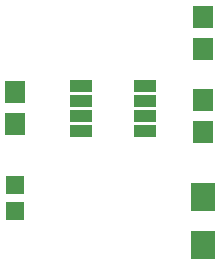
<source format=gts>
G04 #@! TF.FileFunction,Soldermask,Top*
%FSLAX46Y46*%
G04 Gerber Fmt 4.6, Leading zero omitted, Abs format (unit mm)*
G04 Created by KiCad (PCBNEW 4.0.4-stable) date 01/29/17 13:46:40*
%MOMM*%
%LPD*%
G01*
G04 APERTURE LIST*
%ADD10C,0.100000*%
%ADD11R,2.000000X2.400000*%
%ADD12R,1.600000X1.600000*%
%ADD13R,1.700000X1.900000*%
%ADD14R,1.950000X1.000000*%
G04 APERTURE END LIST*
D10*
D11*
X156210000Y-111030000D03*
X156210000Y-115030000D03*
D12*
X140335000Y-110025000D03*
X140335000Y-112225000D03*
D13*
X156210000Y-95805000D03*
X156210000Y-98505000D03*
X156210000Y-102790000D03*
X156210000Y-105490000D03*
X140335000Y-102155000D03*
X140335000Y-104855000D03*
D14*
X145890000Y-101600000D03*
X145890000Y-102870000D03*
X145890000Y-104140000D03*
X145890000Y-105410000D03*
X151290000Y-105410000D03*
X151290000Y-104140000D03*
X151290000Y-102870000D03*
X151290000Y-101600000D03*
M02*

</source>
